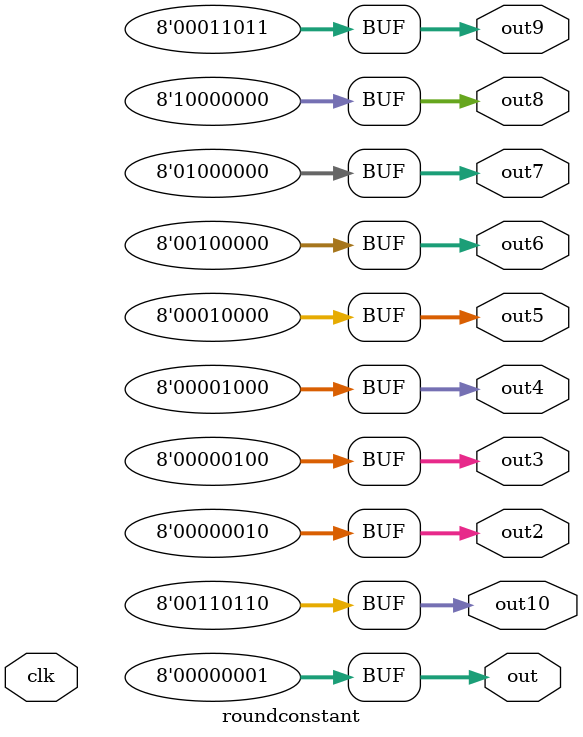
<source format=sv>
`timescale 1ns / 1ps

module keyexpansion(clk, key, key_s0, key_s1, key_s2, key_s3, key_s4, key_s5, key_s6, key_s7, key_s8, key_s9, key_s10);
    input logic [127:0]	key;
    input logic clk;
    output logic [127:0] key_s0, key_s1, key_s2, key_s3, key_s4, key_s5, key_s6, key_s7, key_s8, key_s9, key_s10;

    logic [31:0] w0,w1,w2,w3, w4, w5, w6, w7, w8, w9, w10, w11, w12, w13, w14, w15, w16, w17,
                w18, w19, w20, w21, w22, w23, w24, w25, w26, w27, w28, w29, w30, w31, w32, w33,
                w34, w35, w36, w37, w38, w39, w40, w41, w42, w43;

    logic [31:0] subword, subword2, subword3, subword4, subword5, subword6, subword7, subword8, subword9, subword10;			

    logic [7:0]	rcon, rcon2, rcon3, rcon4, rcon5, rcon6, rcon7, rcon8, rcon9, rcon10;	

    //always @*
    always_comb begin
        w0 =  key[127:096];
        w1 =  key[095:064];
        w2 =  key[063:032];
        w3 =  key[031:000];

        w4 =  key[127:096]^subword^{8'h01,24'b0};
        w5 =  key[095:064]^key[127:096]^subword^{8'h01,24'b0};
        w6 =  key[063:032]^key[095:064]^key[127:096]^subword^{8'h01,24'b0}; 
        w7 =  key[127:096]^key[095:064]^key[063:032]^key[031:000]^subword^{8'h01,24'b0};

        w8  =  w4^subword2^{rcon2,24'b0};
        w9  =  w5^w4^subword2^{rcon2,24'b0};
        w10 =  w6^w5^w4^subword2^{rcon2,24'b0}; 
        w11 =  w7^w6^w5^w4^subword2^{rcon2,24'b0};

        w12  =  w8^subword3^{rcon3,24'b0};
        w13  =  w8^w9^subword3^{rcon3,24'b0};
        w14  =  w8^w9^w10^subword3^{rcon3,24'b0}; 
        w15  =  w8^w9^w10^w11^subword3^{rcon3,24'b0};

        w16  =  w12^subword4^{rcon4,24'b0};
        w17  =  w12^w13^subword4^{rcon4,24'b0};
        w18  =  w12^w13^w14^subword4^{rcon4,24'b0}; 
        w19  =  w12^w13^w14^w15^subword4^{rcon4,24'b0};

        w20  =  w16^subword5^{rcon5,24'b0};
        w21  =  w16^w17^subword5^{rcon5,24'b0};
        w22  =  w16^w17^w18^subword5^{rcon5,24'b0}; 
        w23  =  w16^w17^w18^w19^subword5^{rcon5,24'b0};

        w24  =  w20^subword6^{rcon6,24'b0};
        w25  =  w20^w21^subword6^{rcon6,24'b0};
        w26  =  w20^w21^w22^subword6^{rcon6,24'b0}; 
        w27  =  w20^w21^w22^w23^subword6^{rcon6,24'b0};

        w28  =  w24^subword7^{rcon7,24'b0};
        w29  =  w24^w25^subword7^{rcon7,24'b0};
        w30  =  w24^w25^w26^subword7^{rcon7,24'b0}; 
        w31  =  w24^w25^w26^w27^subword7^{rcon7,24'b0};

        w32  =  w28^subword8^{rcon8,24'b0};
        w33  =  w28^w29^subword8^{rcon8,24'b0};
        w34  =  w28^w29^w30^subword8^{rcon8,24'b0}; 
        w35  =  w28^w29^w30^w31^subword8^{rcon8,24'b0};

        w36  =  w32^subword9^{rcon9,24'b0};
        w37  =  w32^w33^subword9^{rcon9,24'b0};
        w38  =  w32^w33^w34^subword9^{rcon9,24'b0}; 
        w39  =  w32^w33^w34^w35^subword9^{rcon9,24'b0};

        w40  =  w36^subword10^{rcon10,24'b0};
        w41  =  w36^w37^subword10^{rcon10,24'b0};
        w42  =  w36^w37^w38^subword10^{rcon10,24'b0}; 
        w43  =  w36^w37^w38^w39^subword10^{rcon10,24'b0};
    end

    roundconstant r1(clk,rcon,rcon2,rcon3,rcon4,rcon5,rcon6,rcon7,rcon8,rcon9,rcon10);

    sbox u0(w3[23:16],subword[31:24]);
    sbox u1(w3[15:8], subword[23:16]);
    sbox u2(w3[7:0], subword[15:8]);
    sbox u3(w3[31:24], subword[7:0]); 

    sbox u4(w7[23:16], subword2[31:24]);
    sbox u5(w7[15:08], subword2[23:16]);
    sbox u6(w7[7:0], subword2[15:8]);
    sbox u7(w7[31:24], subword2[7:0]); 

    sbox u8(w11[23:16], subword3[31:24]);
    sbox u9(w11[15:8], subword3[23:16]);
    sbox u10(w11[7:0], subword3[15:08]);
    sbox u11(w11[31:24], subword3[7:0]); 

    sbox u12(w15[23:16], subword4[31:24]);
    sbox u13(w15[15:08], subword4[23:16]);
    sbox u14(w15[7:0], subword4[15:8]);
    sbox u15(w15[31:24], subword4[7:0]); 

    sbox u16(w19[23:16],subword5[31:24]);
    sbox u17(w19[15:8], subword5[23:16]);
    sbox u18(w19[7:0], subword5[15:8]);
    sbox u19(w19[31:24], subword5[7:0]); 

    sbox u20(w23[23:16], subword6[31:24]);
    sbox u21(w23[15:8], subword6[23:16]);
    sbox u22(w23[7:0], subword6[15:8]);
    sbox u23(w23[31:24], subword6[7:0]); 

    sbox u24(w27[23:16], subword7[31:24]);
    sbox u25(w27[15:08], subword7[23:16]);
    sbox u26(w27[7:0], subword7[15:8]);
    sbox u27(w27[31:24], subword7[7:0]); 

    sbox u28(w31[23:16], subword8[31:24]);
    sbox u29(w31[15:08], subword8[23:16]);
    sbox u30(w31[7:0], subword8[15:8]);
    sbox u31(w31[31:24], subword8[7:0]); 

    sbox u32(w35[23:16], subword9[31:24]);
    sbox u33(w35[15:08], subword9[23:16]);
    sbox u34(w35[7:0], subword9[15:8]);
    sbox u35(w35[31:24], subword9[7:0]); 

    sbox u36(w39[23:16], subword10[31:24]);
    sbox u37(w39[15:08], subword10[23:16]);
    sbox u38(w39[7:0], subword10[15:8]);
    sbox u39(w39[31:24], subword10[7:0]); 

    assign key_s0={w0,w1,w2,w3};
    assign key_s1={w4,w5,w6,w7};
    assign key_s2={w8,w9,w10,w11};
    assign key_s3={w12,w13,w14,w15};
    assign key_s4={w16,w17,w18,w19};
    assign key_s5={w20,w21,w22,w23};
    assign key_s6={w24,w25,w26,w27};
    assign key_s7={w28,w29,w30,w31};
    assign key_s8={w32,w33,w34,w35};
    assign key_s9={w36,w37,w38,w39};
    assign key_s10={w40,w41,w42,w43};
endmodule

// round constant module
module roundconstant(clk,out,out2,out3,out4,out5,out6,out7,out8,out9,out10);
    input logic clk;

    output logic [7:0] out, out2, out3, out4, out5, out6, out7, out8, out9, out10;

    // each output is round constant for each round
    assign out  = roundconstant_func(0);
    assign out2 = roundconstant_func(1); 
    assign out3 = roundconstant_func(2);
    assign out4 = roundconstant_func(3);
    assign out5 = roundconstant_func(4);
    assign out6 = roundconstant_func(5);
    assign out7 = roundconstant_func(6); 
    assign out8 = roundconstant_func(7);
    assign out9 = roundconstant_func(8);
    assign out10 = roundconstant_func(9);		 

    // round constant function
    // roundconstant_func is a 8-bit output
    function [7:0]	roundconstant_func;
        input logic [3:0] i;
        case(i)	
            4'h0: roundconstant_func=8'h01;		//1
            4'h1: roundconstant_func=8'h02;		//x
            4'h2: roundconstant_func=8'h04;		//x^2
            4'h3: roundconstant_func=8'h08;		//x^3
            4'h4: roundconstant_func=8'h10;		//x^4
            4'h5: roundconstant_func=8'h20;		//x^5
            4'h6: roundconstant_func=8'h40;		//x^6
            4'h7: roundconstant_func=8'h80;		//x^7
            4'h8: roundconstant_func=8'h1b;		//x^8
            4'h9: roundconstant_func=8'h36;		//x^9
            default: roundconstant_func=8'h00;
        endcase
    endfunction
endmodule




</source>
